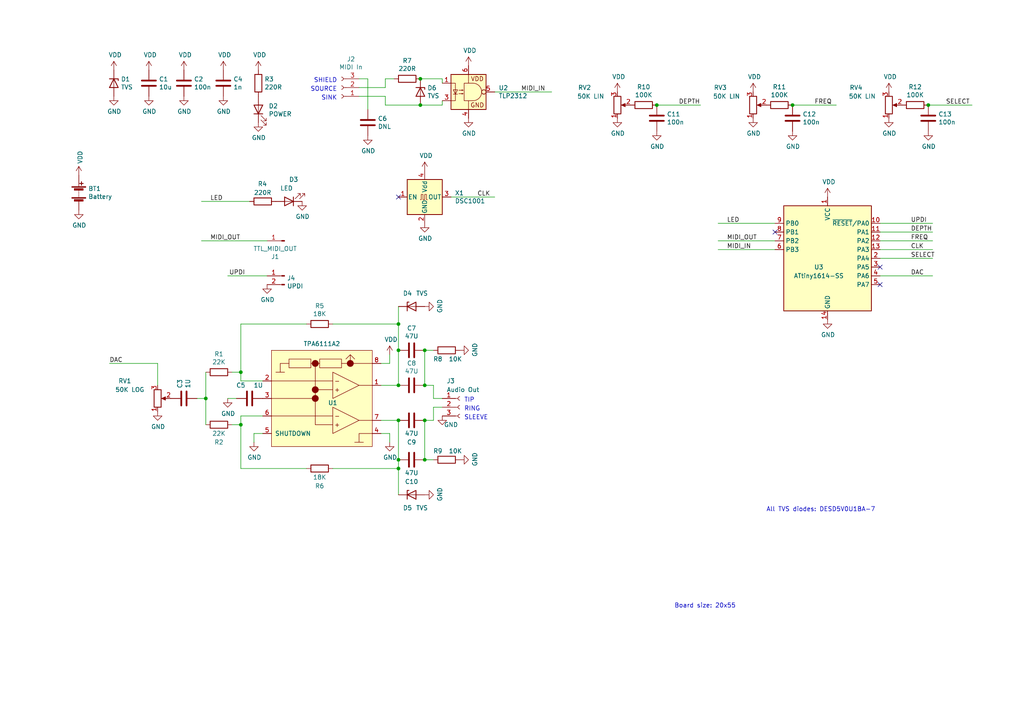
<source format=kicad_sch>
(kicad_sch (version 20211123) (generator eeschema)
  (paper "A4")
  (lib_symbols
    (symbol "Connector:Conn_01x01_Male" (pin_names (offset 1.016) hide)
      (property "Reference" "J" (at 0 2.54 0))
      (property "Value" "Conn_01x01_Male" (at 0 -2.54 0))
      (symbol "Conn_01x01_Male_1_1"
        (polyline (pts (xy 1.27 0) (xy 0.8636 0)) (stroke (width 0.1524)))
        (rectangle (start 0.8636 0.127) (end 0 -0.127) (stroke (width 0.1524)) (fill (type outline)))
        (pin passive line (at 5.08 0 180) (length 3.81) (name "Pin_1") (number "1"))
      )
    )
    (symbol "Connector:Conn_01x02_Male" (pin_names (offset 1.016) hide)
      (property "Reference" "J" (at 0 2.54 0))
      (property "Value" "Conn_01x02_Male" (at 0 -5.08 0))
      (symbol "Conn_01x02_Male_1_1"
        (polyline (pts (xy 1.27 -2.54) (xy 0.8636 -2.54)) (stroke (width 0.1524)))
        (polyline (pts (xy 1.27 0) (xy 0.8636 0)) (stroke (width 0.1524)))
        (rectangle (start 0.8636 -2.413) (end 0 -2.667) (stroke (width 0.1524)) (fill (type outline)))
        (rectangle (start 0.8636 0.127) (end 0 -0.127) (stroke (width 0.1524)) (fill (type outline)))
        (pin passive line (at 5.08 0 180) (length 3.81) (name "Pin_1") (number "1"))
        (pin passive line (at 5.08 -2.54 180) (length 3.81) (name "Pin_2") (number "2"))
      )
    )
    (symbol "Connector:Conn_01x03_Female" (pin_names (offset 1.016) hide)
      (property "Reference" "J" (at 0 5.08 0))
      (property "Value" "Conn_01x03_Female" (at 0 -5.08 0))
      (symbol "Conn_01x03_Female_1_1"
        (arc (start 0 -2.032) (mid -0.508 -2.54) (end 0 -3.048) (stroke (width 0.1524)))
        (polyline (pts (xy -1.27 -2.54) (xy -0.508 -2.54)) (stroke (width 0.1524)))
        (polyline (pts (xy -1.27 0) (xy -0.508 0)) (stroke (width 0.1524)))
        (polyline (pts (xy -1.27 2.54) (xy -0.508 2.54)) (stroke (width 0.1524)))
        (arc (start 0 0.508) (mid -0.508 0) (end 0 -0.508) (stroke (width 0.1524)))
        (arc (start 0 3.048) (mid -0.508 2.54) (end 0 2.032) (stroke (width 0.1524)))
        (pin passive line (at -5.08 2.54 0) (length 3.81) (name "Pin_1") (number "1"))
        (pin passive line (at -5.08 0 0) (length 3.81) (name "Pin_2") (number "2"))
        (pin passive line (at -5.08 -2.54 0) (length 3.81) (name "Pin_3") (number "3"))
      )
    )
    (symbol "Device:Battery" (pin_numbers hide) (pin_names (offset 0) hide)
      (property "Reference" "BT" (at 2.54 2.54 0))
      (property "Value" "Battery" (at 2.54 0 0))
      (symbol "Battery_0_1"
        (rectangle (start -2.032 -1.397) (end 2.032 -1.651) (fill (type outline)))
        (rectangle (start -2.032 1.778) (end 2.032 1.524) (fill (type outline)))
        (rectangle (start -1.3208 -1.9812) (end 1.27 -2.4892) (fill (type outline)))
        (rectangle (start -1.3208 1.1938) (end 1.27 0.6858) (fill (type outline)))
        (polyline (pts (xy 0 -1.524) (xy 0 -1.27)))
        (polyline (pts (xy 0 -1.016) (xy 0 -0.762)))
        (polyline (pts (xy 0 -0.508) (xy 0 -0.254)))
        (polyline (pts (xy 0 0) (xy 0 0.254)))
        (polyline (pts (xy 0 0.508) (xy 0 0.762)))
        (polyline (pts (xy 0 1.778) (xy 0 2.54)))
        (polyline (pts (xy 0.254 2.667) (xy 1.27 2.667)) (stroke (width 0.254)))
        (polyline (pts (xy 0.762 3.175) (xy 0.762 2.159)) (stroke (width 0.254)))
      )
      (symbol "Battery_1_1"
        (pin passive line (at 0 5.08 270) (length 2.54) (name "+") (number "1"))
        (pin passive line (at 0 -5.08 90) (length 2.54) (name "-") (number "2"))
      )
    )
    (symbol "Device:C" (pin_numbers hide) (pin_names (offset 0.254))
      (property "Reference" "C" (at 0.635 2.54 0))
      (property "Value" "C" (at 0.635 -2.54 0))
      (symbol "C_0_1"
        (polyline (pts (xy -2.032 -0.762) (xy 2.032 -0.762)) (stroke (width 0.508)))
        (polyline (pts (xy -2.032 0.762) (xy 2.032 0.762)) (stroke (width 0.508)))
      )
      (symbol "C_1_1"
        (pin passive line (at 0 3.81 270) (length 2.794) (name "~") (number "1"))
        (pin passive line (at 0 -3.81 90) (length 2.794) (name "~") (number "2"))
      )
    )
    (symbol "Device:D_Zener" (pin_numbers hide) (pin_names (offset 1.016) hide)
      (property "Reference" "D" (at 0 2.54 0))
      (property "Value" "D_Zener" (at 0 -2.54 0))
      (symbol "D_Zener_0_1"
        (polyline (pts (xy 1.27 0) (xy -1.27 0)))
        (polyline (pts (xy -1.27 -1.27) (xy -1.27 1.27) (xy -0.762 1.27)) (stroke (width 0.254)))
        (polyline (pts (xy 1.27 -1.27) (xy 1.27 1.27) (xy -1.27 0) (xy 1.27 -1.27)) (stroke (width 0.254)))
      )
      (symbol "D_Zener_1_1"
        (pin passive line (at -3.81 0 0) (length 2.54) (name "K") (number "1"))
        (pin passive line (at 3.81 0 180) (length 2.54) (name "A") (number "2"))
      )
    )
    (symbol "Device:LED" (pin_numbers hide) (pin_names (offset 1.016) hide)
      (property "Reference" "D" (at 0 2.54 0))
      (property "Value" "LED" (at 0 -2.54 0))
      (symbol "LED_0_1"
        (polyline (pts (xy -1.27 -1.27) (xy -1.27 1.27)) (stroke (width 0.254)))
        (polyline (pts (xy -1.27 0) (xy 1.27 0)))
        (polyline (pts (xy 1.27 -1.27) (xy 1.27 1.27) (xy -1.27 0) (xy 1.27 -1.27)) (stroke (width 0.254)))
        (polyline (pts (xy -3.048 -0.762) (xy -4.572 -2.286) (xy -3.81 -2.286) (xy -4.572 -2.286) (xy -4.572 -1.524)))
        (polyline (pts (xy -1.778 -0.762) (xy -3.302 -2.286) (xy -2.54 -2.286) (xy -3.302 -2.286) (xy -3.302 -1.524)))
      )
      (symbol "LED_1_1"
        (pin passive line (at -3.81 0 0) (length 2.54) (name "K") (number "1"))
        (pin passive line (at 3.81 0 180) (length 2.54) (name "A") (number "2"))
      )
    )
    (symbol "Device:R" (pin_numbers hide) (pin_names (offset 0))
      (property "Reference" "R" (at 2.032 0 90))
      (property "Value" "R" (at 0 0 90))
      (symbol "R_0_1"
        (rectangle (start -1.016 -2.54) (end 1.016 2.54) (stroke (width 0.254)))
      )
      (symbol "R_1_1"
        (pin passive line (at 0 3.81 270) (length 1.27) (name "~") (number "1"))
        (pin passive line (at 0 -3.81 90) (length 1.27) (name "~") (number "2"))
      )
    )
    (symbol "Device:R_POT" (pin_names (offset 1.016) hide)
      (property "Reference" "RV" (at -4.445 0 90))
      (property "Value" "Device_R_POT" (at -2.54 0 90))
      (symbol "R_POT_0_1"
        (polyline (pts (xy 2.54 0) (xy 1.524 0)))
        (polyline (pts (xy 1.143 0) (xy 2.286 0.508) (xy 2.286 -0.508) (xy 1.143 0)) (fill (type outline)))
        (rectangle (start 1.016 2.54) (end -1.016 -2.54) (stroke (width 0.254)))
      )
      (symbol "R_POT_1_1"
        (pin passive line (at 0 3.81 270) (length 1.27) (name "1") (number "1"))
        (pin passive line (at 3.81 0 180) (length 1.27) (name "2") (number "2"))
        (pin passive line (at 0 -3.81 90) (length 1.27) (name "3") (number "3"))
      )
    )
    (symbol "MCU_Microchip_ATtiny:ATtiny1614-SS"
      (property "Reference" "U" (at -12.7 16.51 0))
      (property "Value" "ATtiny1614-SS" (at 2.54 -16.51 0))
      (symbol "ATtiny1614-SS_0_1"
        (rectangle (start -12.7 -15.24) (end 12.7 15.24) (stroke (width 0.254)) (fill (type background)))
      )
      (symbol "ATtiny1614-SS_1_1"
        (pin power_in line (at 0 17.78 270) (length 2.54) (name "VCC") (number "1"))
        (pin bidirectional line (at 15.24 10.16 180) (length 2.54) (name "~{RESET}/PA0") (number "10"))
        (pin bidirectional line (at 15.24 7.62 180) (length 2.54) (name "PA1") (number "11"))
        (pin bidirectional line (at 15.24 5.08 180) (length 2.54) (name "PA2") (number "12"))
        (pin bidirectional line (at 15.24 2.54 180) (length 2.54) (name "PA3") (number "13"))
        (pin power_in line (at 0 -17.78 90) (length 2.54) (name "GND") (number "14"))
        (pin bidirectional line (at 15.24 0 180) (length 2.54) (name "PA4") (number "2"))
        (pin bidirectional line (at 15.24 -2.54 180) (length 2.54) (name "PA5") (number "3"))
        (pin bidirectional line (at 15.24 -5.08 180) (length 2.54) (name "PA6") (number "4"))
        (pin bidirectional line (at 15.24 -7.62 180) (length 2.54) (name "PA7") (number "5"))
        (pin bidirectional line (at -15.24 2.54 0) (length 2.54) (name "PB3") (number "6"))
        (pin bidirectional line (at -15.24 5.08 0) (length 2.54) (name "PB2") (number "7"))
        (pin bidirectional line (at -15.24 7.62 0) (length 2.54) (name "PB1") (number "8"))
        (pin bidirectional line (at -15.24 10.16 0) (length 2.54) (name "PB0") (number "9"))
      )
    )
    (symbol "Oscillator:ASE-xxxMHz" (pin_names (offset 0.254))
      (property "Reference" "X" (at -5.08 6.35 0))
      (property "Value" "ASE-xxxMHz" (at 1.27 -6.35 0))
      (symbol "ASE-xxxMHz_0_1"
        (rectangle (start -5.08 5.08) (end 5.08 -5.08) (stroke (width 0.254)) (fill (type background)))
        (polyline (pts (xy -1.27 -0.762) (xy -1.016 -0.762) (xy -1.016 0.762) (xy -0.508 0.762) (xy -0.508 -0.762) (xy 0 -0.762) (xy 0 0.762) (xy 0.508 0.762) (xy 0.508 -0.762) (xy 0.762 -0.762)))
      )
      (symbol "ASE-xxxMHz_1_1"
        (pin input line (at -7.62 0 0) (length 2.54) (name "EN") (number "1"))
        (pin power_in line (at 0 -7.62 90) (length 2.54) (name "GND") (number "2"))
        (pin output line (at 7.62 0 180) (length 2.54) (name "OUT") (number "3"))
        (pin power_in line (at 0 7.62 270) (length 2.54) (name "Vdd") (number "4"))
      )
    )
    (symbol "power:GND" (power) (pin_names (offset 0))
      (property "Value" "GND" (at 0 -3.81 0))
      (symbol "GND_0_1"
        (polyline (pts (xy 0 0) (xy 0 -1.27) (xy 1.27 -1.27) (xy 0 -2.54) (xy -1.27 -1.27) (xy 0 -1.27)))
      )
      (symbol "GND_1_1"
        (pin power_in line (at 0 0 270) (length 0) hide (name "GND") (number "1"))
      )
    )
    (symbol "power:VDD" (power) (pin_names (offset 0))
      (property "Value" "VDD" (at 0 3.81 0))
      (symbol "VDD_0_1"
        (polyline (pts (xy -0.762 1.27) (xy 0 2.54)))
        (polyline (pts (xy 0 0) (xy 0 2.54)))
        (polyline (pts (xy 0 2.54) (xy 0.762 1.27)))
      )
      (symbol "VDD_1_1"
        (pin power_in line (at 0 0 90) (length 0) hide (name "VDD") (number "1"))
      )
    )
    (symbol "synth:TLP2312" (pin_names (offset 1.016))
      (property "Reference" "U" (at 1.27 8.89 0))
      (property "Value" "TLP2312" (at 1.27 6.35 0))
      (symbol "TLP2312_0_0"
        (text "GND" (at 2.54 -3.81 0) (effects (font (size 1.27 1.27))))
        (text "VDD" (at 2.54 3.81 0) (effects (font (size 1.27 1.27))))
      )
      (symbol "TLP2312_0_1"
        (rectangle (start -5.08 5.08) (end 5.08 -5.08) (stroke (width 0.254)) (fill (type background)))
        (polyline (pts (xy -4.445 -0.635) (xy -3.175 -0.635)))
        (polyline (pts (xy 0 2.54) (xy 0 5.08)))
        (polyline (pts (xy 0 -2.54) (xy 0 -5.08) (xy 0 -3.81)))
        (polyline (pts (xy -5.08 -2.54) (xy -3.81 -2.54) (xy -3.81 2.54) (xy -5.08 2.54)))
        (polyline (pts (xy -3.81 -0.635) (xy -4.445 0.635) (xy -3.175 0.635) (xy -3.81 -0.635)))
        (polyline (pts (xy 1.27 -2.54) (xy -1.27 -2.54) (xy -1.27 2.54) (xy 1.27 2.54)))
        (polyline (pts (xy -2.794 -0.508) (xy -1.524 -0.508) (xy -1.905 -0.635) (xy -1.905 -0.381) (xy -1.524 -0.508)))
        (polyline (pts (xy -2.794 0.508) (xy -1.524 0.508) (xy -1.905 0.381) (xy -1.905 0.635) (xy -1.524 0.508)))
        (arc (start 1.27 -2.54) (mid 3.81 0) (end 1.27 2.54))
      )
      (symbol "TLP2312_1_1"
        (pin passive line (at -7.62 2.54 0) (length 2.54) (name "~") (number "1"))
        (pin passive line (at -7.62 -2.54 0) (length 2.54) (name "~") (number "3"))
        (pin no_connect line (at -5.08 0 0) (length 2.54) hide (name "~") (number "3"))
        (pin power_in line (at 0 -7.62 90) (length 2.54) (name "~") (number "4"))
        (pin output inverted (at 7.62 0 180) (length 3.81) (name "~") (number "5"))
        (pin power_in line (at 0 7.62 270) (length 2.54) (name "~") (number "6"))
      )
    )
    (symbol "synth:TPA6111A2" (pin_names (offset 1.016))
      (property "Reference" "U" (at 0 0 0))
      (property "Value" "TPA6111A2" (at 5.08 -13.97 0))
      (symbol "TPA6111A2_0_0"
        (rectangle (start -17.78 15.24) (end 11.43 -12.7) (fill (type background)))
        (circle (center -5.08 1.27) (radius 0.0001) (stroke (width 0.9906)))
        (circle (center -5.08 3.81) (radius 0.0001) (stroke (width 0.9906)))
        (circle (center -5.08 11.43) (radius 0.0001) (stroke (width 0.9906)))
        (polyline (pts (xy -17.78 1.27) (xy -5.08 1.27)))
        (polyline (pts (xy -16.51 8.89) (xy -13.97 8.89)))
        (polyline (pts (xy 0 -3.81) (xy -17.78 -3.81)))
        (polyline (pts (xy 0 6.35) (xy -17.78 6.35)))
        (polyline (pts (xy 2.54 11.43) (xy 11.43 11.43)))
        (polyline (pts (xy 7.62 -5.08) (xy 11.43 -5.08)))
        (polyline (pts (xy 7.62 5.08) (xy 11.43 5.08)))
        (polyline (pts (xy -12.7 11.43) (xy -15.24 11.43) (xy -15.24 8.89)))
        (polyline (pts (xy -5.08 3.81) (xy -5.08 -6.35) (xy 0 -6.35)))
        (polyline (pts (xy -6.35 11.43) (xy -3.81 11.43) (xy -5.08 11.43) (xy -5.08 3.81) (xy 0 3.81)))
        (polyline (pts (xy -6.35 12.7) (xy -6.35 10.16) (xy -12.7 10.16) (xy -12.7 12.7) (xy -6.35 12.7)))
        (polyline (pts (xy -3.81 12.7) (xy -3.81 10.16) (xy 2.54 10.16) (xy 2.54 12.7) (xy -3.81 12.7)))
        (polyline (pts (xy 5.08 11.43) (xy 5.08 13.97) (xy 3.81 12.7) (xy 5.08 13.97) (xy 6.35 12.7)))
        (polyline (pts (xy 11.43 -8.89) (xy 7.62 -8.89) (xy 7.62 -11.43) (xy 6.35 -11.43) (xy 8.89 -11.43)))
        (circle (center 5.08 11.43) (radius 0.0001) (stroke (width 0.9906)))
        (text "+" (at 1.27 -6.35 0) (effects (font (size 1.27 1.27))))
        (text "+" (at 1.27 3.81 0) (effects (font (size 1.27 1.27))))
        (text "-" (at 1.27 -3.81 0) (effects (font (size 1.27 1.27))))
        (text "-" (at 1.27 6.35 0) (effects (font (size 1.27 1.27))))
      )
      (symbol "TPA6111A2_0_1"
        (polyline (pts (xy 0 -1.27) (xy 0 -8.89) (xy 7.62 -5.08) (xy 0 -1.27)))
        (polyline (pts (xy 0 8.89) (xy 0 1.27) (xy 7.62 5.08) (xy 0 8.89)))
      )
      (symbol "TPA6111A2_1_1"
        (pin output line (at 13.97 5.08 180) (length 2.54) (name "VO1") (number "1"))
        (pin input line (at -20.32 6.35 0) (length 2.54) (name "IN1-") (number "2"))
        (pin passive line (at -20.32 1.27 0) (length 2.54) (name "BYPASS") (number "3"))
        (pin power_in line (at 13.97 -8.89 180) (length 2.54) (name "GND") (number "4"))
        (pin input line (at -20.32 -8.89 0) (length 2.54) (name "SHUTDOWN") (number "5"))
        (pin input line (at -20.32 -3.81 0) (length 2.54) (name "IN2-") (number "6"))
        (pin output line (at 13.97 -5.08 180) (length 2.54) (name "VO2") (number "7"))
        (pin power_in line (at 13.97 11.43 180) (length 2.54) (name "VDD") (number "8"))
      )
    )
  )
  (junction (at 69.85 123.19))
  (junction (at 115.57 111.76))
  (junction (at 115.57 135.89))
  (junction (at 121.92 30.48))
  (junction (at 115.57 93.98))
  (junction (at 123.19 133.35))
  (junction (at 123.19 121.92))
  (junction (at 121.92 22.86))
  (junction (at 123.19 101.6))
  (junction (at 229.87 30.48))
  (junction (at 190.5 30.48))
  (junction (at 115.57 101.6))
  (junction (at 269.24 30.48))
  (junction (at 123.19 111.76))
  (junction (at 69.85 107.95))
  (junction (at 59.69 115.57))
  (junction (at 115.57 133.35))
  (junction (at 115.57 121.92))
  (no_connect (at 224.79 67.31))
  (no_connect (at 255.27 77.47))
  (no_connect (at 255.27 82.55))
  (no_connect (at 115.57 57.15))
  (wire (pts (xy 123.19 111.76) (xy 125.73 111.76)))
  (wire (pts (xy 123.19 101.6) (xy 123.19 111.76)))
  (wire (pts (xy 111.76 30.48) (xy 121.92 30.48)))
  (wire (pts (xy 104.14 22.86) (xy 106.68 22.86)))
  (wire (pts (xy 255.27 67.31) (xy 270.51 67.31)))
  (wire (pts (xy 125.73 121.92) (xy 125.73 118.11)))
  (wire (pts (xy 69.85 110.49) (xy 76.2 110.49)))
  (wire (pts (xy 224.79 72.39) (xy 208.28 72.39)))
  (wire (pts (xy 255.27 80.01) (xy 270.51 80.01)))
  (wire (pts (xy 269.24 30.48) (xy 281.94 30.48)))
  (wire (pts (xy 73.66 125.73) (xy 73.66 128.27)))
  (wire (pts (xy 104.14 25.4) (xy 111.76 25.4)))
  (wire (pts (xy 128.27 29.21) (xy 128.27 30.48)))
  (wire (pts (xy 121.92 22.86) (xy 128.27 22.86)))
  (wire (pts (xy 270.51 69.85) (xy 255.27 69.85)))
  (wire (pts (xy 123.19 133.35) (xy 125.73 133.35)))
  (wire (pts (xy 88.9 93.98) (xy 69.85 93.98)))
  (wire (pts (xy 111.76 27.94) (xy 104.14 27.94)))
  (wire (pts (xy 77.47 80.01) (xy 66.04 80.01)))
  (wire (pts (xy 113.03 128.27) (xy 113.03 125.73)))
  (wire (pts (xy 115.57 88.9) (xy 115.57 93.98)))
  (wire (pts (xy 67.31 123.19) (xy 69.85 123.19)))
  (wire (pts (xy 255.27 72.39) (xy 270.51 72.39)))
  (wire (pts (xy 125.73 118.11) (xy 128.27 118.11)))
  (wire (pts (xy 110.49 121.92) (xy 115.57 121.92)))
  (wire (pts (xy 143.51 26.67) (xy 160.02 26.67)))
  (wire (pts (xy 59.69 115.57) (xy 59.69 107.95)))
  (wire (pts (xy 125.73 115.57) (xy 128.27 115.57)))
  (wire (pts (xy 76.2 125.73) (xy 73.66 125.73)))
  (wire (pts (xy 229.87 30.48) (xy 242.57 30.48)))
  (wire (pts (xy 110.49 111.76) (xy 115.57 111.76)))
  (wire (pts (xy 208.28 64.77) (xy 224.79 64.77)))
  (wire (pts (xy 69.85 107.95) (xy 69.85 110.49)))
  (wire (pts (xy 69.85 123.19) (xy 69.85 135.89)))
  (wire (pts (xy 123.19 121.92) (xy 123.19 133.35)))
  (wire (pts (xy 115.57 133.35) (xy 115.57 135.89)))
  (wire (pts (xy 113.03 102.87) (xy 113.03 105.41)))
  (wire (pts (xy 121.92 30.48) (xy 128.27 30.48)))
  (wire (pts (xy 255.27 74.93) (xy 270.51 74.93)))
  (wire (pts (xy 125.73 101.6) (xy 123.19 101.6)))
  (wire (pts (xy 115.57 135.89) (xy 115.57 143.51)))
  (wire (pts (xy 115.57 121.92) (xy 115.57 133.35)))
  (wire (pts (xy 111.76 22.86) (xy 114.3 22.86)))
  (wire (pts (xy 96.52 135.89) (xy 115.57 135.89)))
  (wire (pts (xy 123.19 121.92) (xy 125.73 121.92)))
  (wire (pts (xy 113.03 125.73) (xy 110.49 125.73)))
  (wire (pts (xy 115.57 101.6) (xy 115.57 111.76)))
  (wire (pts (xy 76.2 120.65) (xy 69.85 120.65)))
  (wire (pts (xy 68.58 115.57) (xy 66.04 115.57)))
  (wire (pts (xy 69.85 93.98) (xy 69.85 107.95)))
  (wire (pts (xy 69.85 120.65) (xy 69.85 123.19)))
  (wire (pts (xy 96.52 93.98) (xy 115.57 93.98)))
  (wire (pts (xy 190.5 30.48) (xy 203.2 30.48)))
  (wire (pts (xy 125.73 111.76) (xy 125.73 115.57)))
  (wire (pts (xy 111.76 30.48) (xy 111.76 27.94)))
  (wire (pts (xy 69.85 135.89) (xy 88.9 135.89)))
  (wire (pts (xy 224.79 69.85) (xy 208.28 69.85)))
  (wire (pts (xy 115.57 93.98) (xy 115.57 101.6)))
  (wire (pts (xy 113.03 105.41) (xy 110.49 105.41)))
  (wire (pts (xy 67.31 107.95) (xy 69.85 107.95)))
  (wire (pts (xy 128.27 22.86) (xy 128.27 24.13)))
  (wire (pts (xy 59.69 115.57) (xy 59.69 123.19)))
  (wire (pts (xy 77.47 69.85) (xy 58.42 69.85)))
  (wire (pts (xy 72.39 58.42) (xy 58.42 58.42)))
  (wire (pts (xy 45.72 105.41) (xy 31.75 105.41)))
  (wire (pts (xy 57.15 115.57) (xy 59.69 115.57)))
  (wire (pts (xy 111.76 25.4) (xy 111.76 22.86)))
  (wire (pts (xy 45.72 111.76) (xy 45.72 105.41)))
  (wire (pts (xy 130.81 57.15) (xy 143.51 57.15)))
  (wire (pts (xy 106.68 22.86) (xy 106.68 31.75)))
  (wire (pts (xy 255.27 64.77) (xy 270.51 64.77)))
  (text "RING" (at 134.62 119.38 0) (effects (font (size 1.27 1.27)) (justify left bottom)))
  (text "Board size: 20x55" (at 195.58 176.53 0) (effects (font (size 1.27 1.27)) (justify left bottom)))
  (text "SINK" (at 97.79 29.21 180) (effects (font (size 1.27 1.27)) (justify right bottom)))
  (text "All TVS diodes: DESD5V0U1BA-7" (at 222.25 148.59 0) (effects (font (size 1.27 1.27)) (justify left bottom)))
  (text "SLEEVE" (at 134.62 121.92 0) (effects (font (size 1.27 1.27)) (justify left bottom)))
  (text "TIP" (at 134.62 116.84 0) (effects (font (size 1.27 1.27)) (justify left bottom)))
  (text "SOURCE" (at 97.79 26.67 180) (effects (font (size 1.27 1.27)) (justify right bottom)))
  (text "SHIELD" (at 97.79 24.13 180) (effects (font (size 1.27 1.27)) (justify right bottom)))
  (label "DEPTH" (at 196.85 30.48 0))
  (label "SELECT" (at 274.32 30.48 0))
  (label "MIDI_IN" (at 151.13 26.67 0))
  (label "FREQ" (at 264.16 69.85 0))
  (label "CLK" (at 138.43 57.15 0))
  (label "FREQ" (at 236.22 30.48 0))
  (label "MIDI_OUT" (at 60.96 69.85 0))
  (label "MIDI_IN" (at 210.82 72.39 0))
  (label "DEPTH" (at 264.16 67.31 0))
  (label "LED" (at 60.96 58.42 0))
  (label "UPDI" (at 71.12 80.01 180))
  (label "CLK" (at 264.16 72.39 0))
  (label "DAC" (at 264.16 80.01 0))
  (label "UPDI" (at 264.16 64.77 0))
  (label "SELECT" (at 264.16 74.93 0))
  (label "MIDI_OUT" (at 210.82 69.85 0))
  (label "DAC" (at 31.75 105.41 0))
  (label "LED" (at 210.82 64.77 0))
  (symbol (lib_id "Device:Battery") (at 22.86 55.88 0) (unit 1)
    (property "Reference" "BT1" (at 25.6032 54.7116 0) (effects (justify left)))
    (property "Value" "Battery" (at 25.6032 57.023 0) (effects (justify left)))
    (property "Footprint" "Pin_Headers:Pin_Header_Straight_1x02" (effects hide))
  )
  (symbol (lib_id "power:GND") (at 22.86 60.96 0) (unit 1)
    (property "Reference" "#PWR02" (effects hide))
    (property "Value" "GND" (at 22.987 65.3542 0))
  )
  (symbol (lib_id "power:VDD") (at 22.86 50.8 0) (unit 1)
    (property "Reference" "#PWR01" (effects hide))
    (property "Value" "VDD" (at 23.241 47.5488 90) (effects (justify left)))
  )
  (symbol (lib_id "power:GND") (at 43.18 27.94 0) (unit 1)
    (property "Reference" "#PWR06" (effects hide))
    (property "Value" "GND" (at 43.307 32.3342 0))
  )
  (symbol (lib_id "power:VDD") (at 43.18 20.32 0) (unit 1)
    (property "Reference" "#PWR05" (effects hide))
    (property "Value" "VDD" (at 43.561 15.9258 0))
  )
  (symbol (lib_id "Device:C") (at 43.18 24.13 0) (unit 1)
    (property "Reference" "C1" (at 46.101 22.9616 0) (effects (justify left)))
    (property "Value" "10u" (at 46.101 25.273 0) (effects (justify left)))
    (property "Footprint" "Capacitors_SMD:C_0805_HandSoldering" (effects hide))
  )
  (symbol (lib_id "Device:C") (at 64.77 24.13 0) (unit 1)
    (property "Reference" "C4" (at 67.691 22.9616 0) (effects (justify left)))
    (property "Value" "1n" (at 67.691 25.273 0) (effects (justify left)))
    (property "Footprint" "Capacitors_SMD:C_0603_HandSoldering" (effects hide))
  )
  (symbol (lib_id "power:VDD") (at 64.77 20.32 0) (unit 1)
    (property "Reference" "#PWR010" (effects hide))
    (property "Value" "VDD" (at 65.151 15.9258 0))
  )
  (symbol (lib_id "power:GND") (at 64.77 27.94 0) (unit 1)
    (property "Reference" "#PWR011" (effects hide))
    (property "Value" "GND" (at 64.897 32.3342 0))
  )
  (symbol (lib_id "power:VDD") (at 240.03 57.15 0) (unit 1)
    (property "Reference" "#PWR035" (effects hide))
    (property "Value" "VDD" (at 240.411 52.7558 0))
  )
  (symbol (lib_id "power:GND") (at 240.03 92.71 0) (unit 1)
    (property "Reference" "#PWR036" (effects hide))
    (property "Value" "GND" (at 240.157 97.1042 0))
  )
  (symbol (lib_id "power:GND") (at 77.47 82.55 0) (unit 1)
    (property "Reference" "#PWR038" (effects hide))
    (property "Value" "GND" (at 77.597 86.9442 0))
  )
  (symbol (lib_id "Device:C") (at 53.34 24.13 0) (unit 1)
    (property "Reference" "C2" (at 56.261 22.9616 0) (effects (justify left)))
    (property "Value" "100n" (at 56.261 25.273 0) (effects (justify left)))
    (property "Footprint" "Capacitors_SMD:C_0603_HandSoldering" (effects hide))
  )
  (symbol (lib_id "power:VDD") (at 53.34 20.32 0) (unit 1)
    (property "Reference" "#PWR07" (effects hide))
    (property "Value" "VDD" (at 53.721 15.9258 0))
  )
  (symbol (lib_id "power:GND") (at 53.34 27.94 0) (unit 1)
    (property "Reference" "#PWR08" (effects hide))
    (property "Value" "GND" (at 53.467 32.3342 0))
  )
  (symbol (lib_id "Device:D_Zener") (at 119.38 143.51 0) (unit 1)
    (property "Reference" "D5" (at 116.84 147.32 0) (effects (justify left)))
    (property "Value" "TVS" (at 120.65 147.32 0) (effects (justify left)))
    (property "Footprint" "synth:SOD-323-handsoldering" (effects hide))
  )
  (symbol (lib_id "power:GND") (at 123.19 143.51 90) (unit 1)
    (property "Reference" "#PWR023" (effects hide))
    (property "Value" "GND" (at 127.5842 143.383 0))
  )
  (symbol (lib_id "power:GND") (at 128.27 120.65 0) (mirror y) (unit 1)
    (property "Reference" "#PWR024" (effects hide))
    (property "Value" "GND" (at 130.81 123.19 0))
  )
  (symbol (lib_id "Device:R_POT") (at 179.07 30.48 0) (mirror x) (unit 1)
    (property "Reference" "RV2" (at 171.45 25.4 0) (effects (justify right)))
    (property "Value" "50K LIN" (at 175.26 27.94 0) (effects (justify right)))
    (property "Footprint" "Pin_Headers:Pin_Header_Straight_1x03" (effects hide))
  )
  (symbol (lib_id "power:VDD") (at 179.07 26.67 0) (unit 1)
    (property "Reference" "#PWR029" (effects hide))
    (property "Value" "VDD" (at 179.451 22.2758 0))
  )
  (symbol (lib_id "power:GND") (at 179.07 34.29 0) (unit 1)
    (property "Reference" "#PWR030" (effects hide))
    (property "Value" "GND" (at 179.197 38.6842 0))
  )
  (symbol (lib_id "Device:C") (at 190.5 34.29 0) (unit 1)
    (property "Reference" "C11" (at 193.421 33.1216 0) (effects (justify left)))
    (property "Value" "100n" (at 193.421 35.433 0) (effects (justify left)))
    (property "Footprint" "Capacitors_SMD:C_0603_HandSoldering" (effects hide))
  )
  (symbol (lib_id "power:GND") (at 190.5 38.1 0) (unit 1)
    (property "Reference" "#PWR031" (effects hide))
    (property "Value" "GND" (at 190.627 42.4942 0))
  )
  (symbol (lib_id "Device:R") (at 186.69 30.48 270) (unit 1)
    (property "Reference" "R10" (at 186.69 25.2222 90))
    (property "Value" "100K" (at 186.69 27.5336 90))
    (property "Footprint" "Resistors_SMD:R_0603_HandSoldering" (effects hide))
  )
  (symbol (lib_id "Device:D_Zener") (at 33.02 24.13 270) (unit 1)
    (property "Reference" "D1" (at 35.052 22.9616 90) (effects (justify left)))
    (property "Value" "TVS" (at 35.052 25.273 90) (effects (justify left)))
    (property "Footprint" "synth:SOD-323-handsoldering" (effects hide))
  )
  (symbol (lib_id "power:GND") (at 33.02 27.94 0) (unit 1)
    (property "Reference" "#PWR04" (effects hide))
    (property "Value" "GND" (at 33.147 32.3342 0))
  )
  (symbol (lib_id "power:VDD") (at 33.02 20.32 0) (unit 1)
    (property "Reference" "#PWR03" (effects hide))
    (property "Value" "VDD" (at 33.401 15.9258 0))
  )
  (symbol (lib_id "power:GND") (at 74.93 35.56 0) (unit 1)
    (property "Reference" "#PWR015" (effects hide))
    (property "Value" "GND" (at 75.057 39.9542 0))
  )
  (symbol (lib_id "Device:LED") (at 74.93 31.75 90) (unit 1)
    (property "Reference" "D2" (at 77.9272 30.7594 90) (effects (justify right)))
    (property "Value" "POWER" (at 77.9272 33.0708 90) (effects (justify right)))
    (property "Footprint" "LEDs:LED-5MM" (effects hide))
  )
  (symbol (lib_id "power:VDD") (at 74.93 20.32 0) (unit 1)
    (property "Reference" "#PWR014" (effects hide))
    (property "Value" "VDD" (at 75.311 15.9258 0))
  )
  (symbol (lib_id "Device:R") (at 74.93 24.13 0) (unit 1)
    (property "Reference" "R3" (at 76.708 22.9616 0) (effects (justify left)))
    (property "Value" "220R" (at 76.708 25.273 0) (effects (justify left)))
    (property "Footprint" "Resistors_SMD:R_0603_HandSoldering" (effects hide))
  )
  (symbol (lib_id "power:VDD") (at 135.89 19.05 0) (unit 1)
    (property "Reference" "#PWR027" (effects hide))
    (property "Value" "VDD" (at 136.271 14.6558 0))
  )
  (symbol (lib_id "power:GND") (at 135.89 34.29 0) (unit 1)
    (property "Reference" "#PWR028" (effects hide))
    (property "Value" "GND" (at 136.017 38.6842 0))
  )
  (symbol (lib_id "Device:D_Zener") (at 121.92 26.67 270) (unit 1)
    (property "Reference" "D6" (at 123.952 25.5016 90) (effects (justify left)))
    (property "Value" "TVS" (at 123.952 27.813 90) (effects (justify left)))
    (property "Footprint" "synth:SOD-323-handsoldering" (effects hide))
  )
  (symbol (lib_id "Device:R") (at 118.11 22.86 270) (unit 1)
    (property "Reference" "R7" (at 118.11 17.6022 90))
    (property "Value" "220R" (at 118.11 19.9136 90))
    (property "Footprint" "Resistors_SMD:R_0603_HandSoldering" (effects hide))
  )
  (symbol (lib_id "Device:C") (at 106.68 35.56 0) (unit 1)
    (property "Reference" "C6" (at 109.601 34.3916 0) (effects (justify left)))
    (property "Value" "DNL" (at 109.601 36.703 0) (effects (justify left)))
    (property "Footprint" "Capacitors_SMD:C_0603_HandSoldering" (effects hide))
  )
  (symbol (lib_id "power:GND") (at 106.68 39.37 0) (unit 1)
    (property "Reference" "#PWR017" (effects hide))
    (property "Value" "GND" (at 106.807 43.7642 0))
  )
  (symbol (lib_id "power:GND") (at 87.63 58.42 0) (unit 1)
    (property "Reference" "#PWR016" (effects hide))
    (property "Value" "GND" (at 87.757 62.8142 0))
  )
  (symbol (lib_id "Device:LED") (at 83.82 58.42 180) (unit 1)
    (property "Reference" "D3" (at 83.82 52.07 0) (effects (justify right)))
    (property "Value" "LED" (at 81.28 54.61 0) (effects (justify right)))
    (property "Footprint" "LEDs:LED-5MM" (effects hide))
  )
  (symbol (lib_id "Device:R") (at 76.2 58.42 90) (unit 1)
    (property "Reference" "R4" (at 77.47 53.34 90) (effects (justify left)))
    (property "Value" "220R" (at 78.74 55.88 90) (effects (justify left)))
    (property "Footprint" "Resistors_SMD:R_0603_HandSoldering" (effects hide))
  )
  (symbol (lib_id "Oscillator:ASE-xxxMHz") (at 123.19 57.15 0) (unit 1)
    (property "Reference" "X1" (at 131.9276 55.9816 0) (effects (justify left)))
    (property "Value" "DSC1001" (at 131.9276 58.293 0) (effects (justify left)))
    (property "Footprint" "synth:DSC_1001_Oscillator_SMD_5032_4Pads" (effects hide))
    (property "Datasheet" "http://www.abracon.com/Oscillators/ASV.pdf" (effects hide))
  )
  (symbol (lib_id "power:VDD") (at 123.19 49.53 0) (unit 1)
    (property "Reference" "#PWR020" (effects hide))
    (property "Value" "VDD" (at 123.571 45.1358 0))
  )
  (symbol (lib_id "power:GND") (at 123.19 64.77 0) (unit 1)
    (property "Reference" "#PWR021" (effects hide))
    (property "Value" "GND" (at 123.317 69.1642 0))
  )
  (symbol (lib_id "synth:TLP2312") (at 135.89 26.67 0) (unit 1)
    (property "Reference" "U2" (at 144.6276 25.5016 0) (effects (justify left)))
    (property "Value" "TLP2312" (at 144.6276 27.813 0) (effects (justify left)))
    (property "Footprint" "Package_SO:SO-6_4.4x3.6mm_P1.27mm" (effects hide))
    (property "Datasheet" "https://www.onsemi.com/pub/Collateral/H11L3M-D.PDF" (effects hide))
  )
  (symbol (lib_id "Device:R") (at 226.06 30.48 270) (unit 1)
    (property "Reference" "R11" (at 226.06 25.2222 90))
    (property "Value" "100K" (at 226.06 27.5336 90))
    (property "Footprint" "Resistors_SMD:R_0603_HandSoldering" (effects hide))
  )
  (symbol (lib_id "power:GND") (at 229.87 38.1 0) (unit 1)
    (property "Reference" "#PWR034" (effects hide))
    (property "Value" "GND" (at 229.997 42.4942 0))
  )
  (symbol (lib_id "Device:C") (at 229.87 34.29 0) (unit 1)
    (property "Reference" "C12" (at 232.791 33.1216 0) (effects (justify left)))
    (property "Value" "100n" (at 232.791 35.433 0) (effects (justify left)))
    (property "Footprint" "Capacitors_SMD:C_0603_HandSoldering" (effects hide))
  )
  (symbol (lib_id "power:GND") (at 218.44 34.29 0) (unit 1)
    (property "Reference" "#PWR033" (effects hide))
    (property "Value" "GND" (at 218.567 38.6842 0))
  )
  (symbol (lib_id "power:VDD") (at 218.44 26.67 0) (unit 1)
    (property "Reference" "#PWR032" (effects hide))
    (property "Value" "VDD" (at 218.821 22.2758 0))
  )
  (symbol (lib_id "Device:R_POT") (at 218.44 30.48 0) (mirror x) (unit 1)
    (property "Reference" "RV3" (at 210.82 25.4 0) (effects (justify right)))
    (property "Value" "50K LIN" (at 214.63 27.94 0) (effects (justify right)))
    (property "Footprint" "Pin_Headers:Pin_Header_Straight_1x03" (effects hide))
  )
  (symbol (lib_id "Device:R") (at 265.43 30.48 270) (unit 1)
    (property "Reference" "R12" (at 265.43 25.2222 90))
    (property "Value" "100K" (at 265.43 27.5336 90))
    (property "Footprint" "Resistors_SMD:R_0603_HandSoldering" (effects hide))
  )
  (symbol (lib_id "power:GND") (at 269.24 38.1 0) (unit 1)
    (property "Reference" "#PWR041" (effects hide))
    (property "Value" "GND" (at 269.367 42.4942 0))
  )
  (symbol (lib_id "Device:C") (at 269.24 34.29 0) (unit 1)
    (property "Reference" "C13" (at 272.161 33.1216 0) (effects (justify left)))
    (property "Value" "100n" (at 272.161 35.433 0) (effects (justify left)))
    (property "Footprint" "Capacitors_SMD:C_0603_HandSoldering" (effects hide))
  )
  (symbol (lib_id "power:GND") (at 257.81 34.29 0) (unit 1)
    (property "Reference" "#PWR040" (effects hide))
    (property "Value" "GND" (at 257.937 38.6842 0))
  )
  (symbol (lib_id "power:VDD") (at 257.81 26.67 0) (unit 1)
    (property "Reference" "#PWR039" (effects hide))
    (property "Value" "VDD" (at 258.191 22.2758 0))
  )
  (symbol (lib_id "Device:R_POT") (at 257.81 30.48 0) (mirror x) (unit 1)
    (property "Reference" "RV4" (at 250.19 25.4 0) (effects (justify right)))
    (property "Value" "50K LIN" (at 254 27.94 0) (effects (justify right)))
    (property "Footprint" "Pin_Headers:Pin_Header_Straight_1x03" (effects hide))
  )
  (symbol (lib_id "synth:TPA6111A2") (at 96.52 116.84 0) (unit 1)
    (property "Reference" "U1" (at 96.52 116.84 0))
    (property "Value" "TPA6111A2" (at 93.345 99.7204 0))
    (property "Footprint" "SMD_Packages:SOIC-8-N" (effects hide))
  )
  (symbol (lib_id "Device:C") (at 119.38 111.76 270) (unit 1)
    (property "Reference" "C8" (at 119.38 105.3592 90))
    (property "Value" "47U" (at 119.38 107.6706 90))
    (property "Footprint" "Capacitors_SMD:C_1210_HandSoldering" (effects hide))
  )
  (symbol (lib_id "Device:C") (at 119.38 121.92 270) (unit 1)
    (property "Reference" "C9" (at 119.38 128.27 90))
    (property "Value" "47U" (at 119.38 125.73 90))
    (property "Footprint" "Capacitors_SMD:C_1210_HandSoldering" (effects hide))
  )
  (symbol (lib_id "power:VDD") (at 113.03 102.87 0) (unit 1)
    (property "Reference" "#PWR018" (effects hide))
    (property "Value" "VDD" (at 113.411 98.4758 0))
  )
  (symbol (lib_id "power:GND") (at 113.03 128.27 0) (unit 1)
    (property "Reference" "#PWR019" (effects hide))
    (property "Value" "GND" (at 113.157 132.6642 0))
  )
  (symbol (lib_id "power:GND") (at 73.66 128.27 0) (unit 1)
    (property "Reference" "#PWR013" (effects hide))
    (property "Value" "GND" (at 73.787 132.6642 0))
  )
  (symbol (lib_id "Device:C") (at 72.39 115.57 90) (unit 1)
    (property "Reference" "C5" (at 69.85 111.76 90))
    (property "Value" "1U" (at 74.93 111.76 90))
    (property "Footprint" "Capacitors_SMD:C_0603_HandSoldering" (effects hide))
  )
  (symbol (lib_id "power:GND") (at 66.04 115.57 0) (unit 1)
    (property "Reference" "#PWR012" (effects hide))
    (property "Value" "GND" (at 66.167 119.9642 0))
  )
  (symbol (lib_id "Device:R") (at 92.71 93.98 270) (unit 1)
    (property "Reference" "R5" (at 92.71 88.7222 90))
    (property "Value" "18K" (at 92.71 91.0336 90))
    (property "Footprint" "Resistors_SMD:R_0603_HandSoldering" (effects hide))
  )
  (symbol (lib_id "Device:R") (at 92.71 135.89 270) (unit 1)
    (property "Reference" "R6" (at 92.71 140.97 90))
    (property "Value" "18K" (at 92.71 138.43 90))
    (property "Footprint" "Resistors_SMD:R_0603_HandSoldering" (effects hide))
  )
  (symbol (lib_id "Device:R") (at 63.5 107.95 270) (unit 1)
    (property "Reference" "R1" (at 63.5 102.6922 90))
    (property "Value" "22K" (at 63.5 105.0036 90))
    (property "Footprint" "Resistors_SMD:R_0603_HandSoldering" (effects hide))
  )
  (symbol (lib_id "Device:R") (at 63.5 123.19 270) (unit 1)
    (property "Reference" "R2" (at 63.5 128.27 90))
    (property "Value" "22K" (at 63.5 125.73 90))
    (property "Footprint" "Resistors_SMD:R_0603_HandSoldering" (effects hide))
  )
  (symbol (lib_id "Device:C") (at 53.34 115.57 90) (unit 1)
    (property "Reference" "C3" (at 52.1716 112.649 0) (effects (justify left)))
    (property "Value" "1U" (at 54.483 112.649 0) (effects (justify left)))
    (property "Footprint" "Capacitors_SMD:C_0603_HandSoldering" (effects hide))
  )
  (symbol (lib_id "Device:R_POT") (at 45.72 115.57 0) (mirror x) (unit 1)
    (property "Reference" "RV1" (at 38.1 110.49 0) (effects (justify right)))
    (property "Value" "50K LOG" (at 41.91 113.03 0) (effects (justify right)))
    (property "Footprint" "Pin_Headers:Pin_Header_Straight_1x03" (effects hide))
  )
  (symbol (lib_id "power:GND") (at 45.72 119.38 0) (unit 1)
    (property "Reference" "#PWR09" (effects hide))
    (property "Value" "GND" (at 45.847 123.7742 0))
  )
  (symbol (lib_id "power:GND") (at 123.19 88.9 90) (unit 1)
    (property "Reference" "#PWR022" (effects hide))
    (property "Value" "GND" (at 127.5842 88.773 0))
  )
  (symbol (lib_id "Device:D_Zener") (at 119.38 88.9 0) (unit 1)
    (property "Reference" "D4" (at 116.84 85.09 0) (effects (justify left)))
    (property "Value" "TVS" (at 120.65 85.09 0) (effects (justify left)))
    (property "Footprint" "synth:SOD-323-handsoldering" (effects hide))
  )
  (symbol (lib_id "Device:R") (at 129.54 101.6 270) (unit 1)
    (property "Reference" "R8" (at 127 104.14 90))
    (property "Value" "10K" (at 132.08 104.14 90))
    (property "Footprint" "Resistors_SMD:R_0603_HandSoldering" (effects hide))
  )
  (symbol (lib_id "Device:R") (at 129.54 133.35 270) (unit 1)
    (property "Reference" "R9" (at 127 130.81 90))
    (property "Value" "10K" (at 132.08 130.81 90))
    (property "Footprint" "Resistors_SMD:R_0603_HandSoldering" (effects hide))
  )
  (symbol (lib_id "power:GND") (at 133.35 133.35 90) (unit 1)
    (property "Reference" "#PWR026" (effects hide))
    (property "Value" "GND" (at 137.7442 133.223 0))
  )
  (symbol (lib_id "power:GND") (at 133.35 101.6 90) (unit 1)
    (property "Reference" "#PWR025" (effects hide))
    (property "Value" "GND" (at 137.7442 101.473 0))
  )
  (symbol (lib_id "Device:C") (at 119.38 101.6 270) (unit 1)
    (property "Reference" "C7" (at 119.38 95.1992 90))
    (property "Value" "47U" (at 119.38 97.5106 90))
    (property "Footprint" "Capacitors_SMD:C_1210_HandSoldering" (effects hide))
  )
  (symbol (lib_id "Device:C") (at 119.38 133.35 270) (unit 1)
    (property "Reference" "C10" (at 119.38 139.7 90))
    (property "Value" "47U" (at 119.38 137.16 90))
    (property "Footprint" "Capacitors_SMD:C_1210_HandSoldering" (effects hide))
  )
  (symbol (lib_id "MCU_Microchip_ATtiny:ATtiny1614-SS") (at 240.03 74.93 0) (unit 1)
    (property "Reference" "U3" (at 237.49 77.47 0))
    (property "Value" "ATtiny1614-SS" (at 237.49 80.01 0))
    (property "Footprint" "SMD_Packages:SOIC-14_N" (effects hide))
    (property "Datasheet" "http://ww1.microchip.com/downloads/en/DeviceDoc/ATtiny1614-data-sheet-40001995A.pdf" (effects hide))
  )
  (symbol (lib_id "Connector:Conn_01x01_Male") (at 82.55 69.85 180) (unit 1)
    (property "Reference" "J1" (at 79.8068 74.4474 0))
    (property "Value" "TTL_MIDI_OUT" (at 79.8068 72.136 0))
    (property "Footprint" "Pin_Headers:Pin_Header_Straight_1x01" (effects hide))
  )
  (symbol (lib_id "Connector:Conn_01x03_Female") (at 133.35 118.11 0) (unit 1)
    (property "Reference" "J3" (at 129.54 110.49 0) (effects (justify left)))
    (property "Value" "Audio Out" (at 129.54 113.03 0) (effects (justify left)))
    (property "Footprint" "Pin_Headers:Pin_Header_Straight_1x03" (effects hide))
  )
  (symbol (lib_id "Connector:Conn_01x03_Female") (at 99.06 25.4 180) (unit 1)
    (property "Reference" "J2" (at 101.8032 17.145 0))
    (property "Value" "MIDI In" (at 101.8032 19.4564 0))
    (property "Footprint" "Pin_Headers:Pin_Header_Straight_1x03" (effects hide))
  )
  (symbol (lib_id "Connector:Conn_01x02_Male") (at 82.55 80.01 0) (mirror y) (unit 1)
    (property "Reference" "J4" (at 83.2612 80.6704 0) (effects (justify right)))
    (property "Value" "UPDI" (at 83.2612 82.9818 0) (effects (justify right)))
    (property "Footprint" "Pin_Headers:Pin_Header_Straight_1x02" (effects hide))
  )
)
</source>
